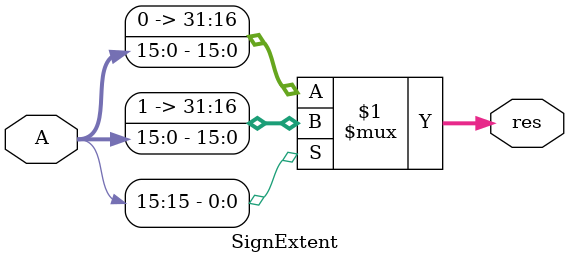
<source format=v>
`timescale 1ns / 1ps
module SignExtent(
    input [15:0] A,
    output [31:0] res
    );
	assign res = (A[15])? {16'b1111_1111_1111_1111,A[15:0]}:{16'b0000_0000_0000_0000,A[15:0]};

endmodule

</source>
